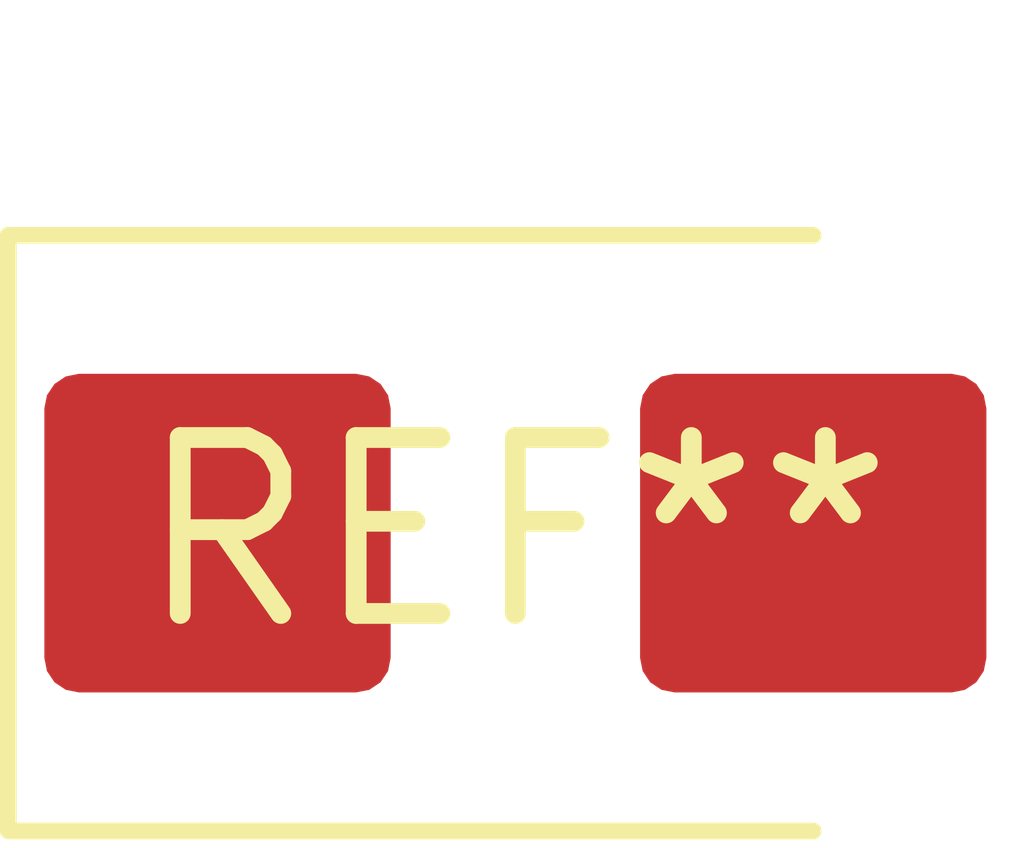
<source format=kicad_pcb>
(kicad_pcb (version 20240108) (generator pcbnew)
  (layers (0 "F.Cu" signal) (31 "B.Cu" signal) (34 "B.Paste" user) (35 "F.Paste" user) (36 "B.SilkS" user "B.Silkscreen") (37 "F.SilkS" user "F.Silkscreen") (38 "B.Mask" user) (39 "F.Mask" user) (44 "Edge.Cuts" user))
  (net 0 "")
  (footprint "D_SMB" (layer "F.Cu") (at 0 0)
    (property "Reference" "REF**")
    (property "Value" "D_SMB")
    (fp_line (start -3.66 -2.15) (end -3.66 2.15) (layer "F.SilkS") (stroke (width 0.12)))
    (fp_line (start -3.66 -2.15) (end 2.15 -2.15) (layer "F.SilkS") (stroke (width 0.12)))
    (fp_line (start -3.66 2.15) (end 2.15 2.15) (layer "F.SilkS") (stroke (width 0.12)))
    (pad "1" smd roundrect (at -2.15 0) (size 2.5 2.3) (layers "F.Cu" "F.Paste" "F.Mask") (roundrect_rratio 0.1086956522))
    (pad "2" smd roundrect (at 2.15 0) (size 2.5 2.3) (layers "F.Cu" "F.Paste" "F.Mask") (roundrect_rratio 0.1086956522))
  )
)
</source>
